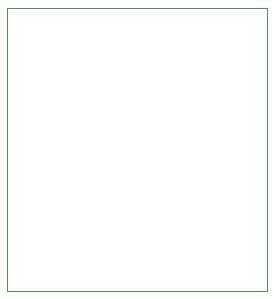
<source format=gm1>
G04 #@! TF.GenerationSoftware,KiCad,Pcbnew,(5.1.5)-3*
G04 #@! TF.CreationDate,2022-11-09T15:50:47-05:00*
G04 #@! TF.ProjectId,si5351,73693533-3531-42e6-9b69-6361645f7063,rev?*
G04 #@! TF.SameCoordinates,Original*
G04 #@! TF.FileFunction,Profile,NP*
%FSLAX46Y46*%
G04 Gerber Fmt 4.6, Leading zero omitted, Abs format (unit mm)*
G04 Created by KiCad (PCBNEW (5.1.5)-3) date 2022-11-09 15:50:47*
%MOMM*%
%LPD*%
G04 APERTURE LIST*
%ADD10C,0.100000*%
G04 APERTURE END LIST*
D10*
X195500000Y-88500000D02*
X195500000Y-112500000D01*
X173500000Y-88500000D02*
X195500000Y-88500000D01*
X173500000Y-112500000D02*
X173500000Y-88500000D01*
X195500000Y-112500000D02*
X173500000Y-112500000D01*
M02*

</source>
